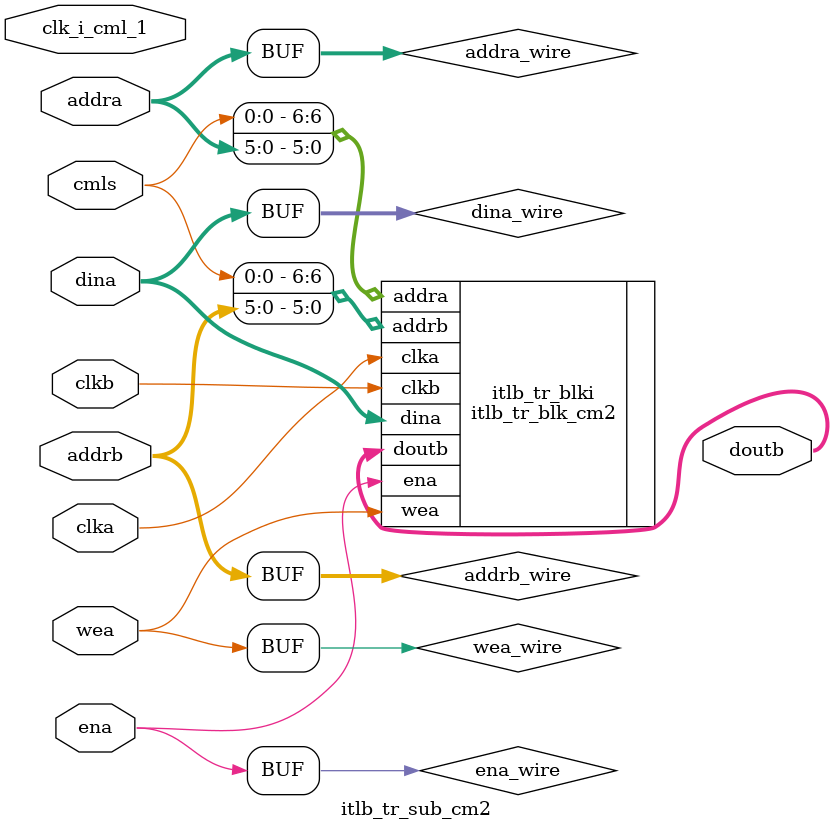
<source format=v>
/*******************************************************************************
*     This file is owned and controlled by Xilinx and must be used             *
*     solely for design, simulation, implementation and creation of            *
*     design files limited to Xilinx devices or technologies. Use              *
*     with non-Xilinx devices or technologies is expressly prohibited          *
*     and immediately terminates your license.                                 *
*                                                                              *
*     XILINX IS PROVIDING THIS DESIGN, CODE, OR INFORMATION "AS IS"            *
*     SOLELY FOR USE IN DEVELOPING PROGRAMS AND SOLUTIONS FOR                  *
*     XILINX DEVICES.  BY PROVIDING THIS DESIGN, CODE, OR INFORMATION          *
*     AS ONE POSSIBLE IMPLEMENTATION OF THIS FEATURE, APPLICATION              *
*     OR STANDARD, XILINX IS MAKING NO REPRESENTATION THAT THIS                *
*     IMPLEMENTATION IS FREE FROM ANY CLAIMS OF INFRINGEMENT,                  *
*     AND YOU ARE RESPONSIBLE FOR OBTAINING ANY RIGHTS YOU MAY REQUIRE         *
*     FOR YOUR IMPLEMENTATION.  XILINX EXPRESSLY DISCLAIMS ANY                 *
*     WARRANTY WHATSOEVER WITH RESPECT TO THE ADEQUACY OF THE                  *
*     IMPLEMENTATION, INCLUDING BUT NOT LIMITED TO ANY WARRANTIES OR           *
*     REPRESENTATIONS THAT THIS IMPLEMENTATION IS FREE FROM CLAIMS OF          *
*     INFRINGEMENT, IMPLIED WARRANTIES OF MERCHANTABILITY AND FITNESS          *
*     FOR A PARTICULAR PURPOSE.                                                *
*                                                                              *
*     Xilinx products are not intended for use in life support                 *
*     appliances, devices, or systems. Use in such applications are            *
*     expressly prohibited.                                                    *
*                                                                              *
*     (c) Copyright 1995-2009 Xilinx, Inc.                                     *
*     All rights reserved.                                                     *
*******************************************************************************/
// The synthesis directives "translate_off/translate_on" specified below are
// supported by Xilinx, Mentor Graphics and Synplicity synthesis
// tools. Ensure they are correct for your synthesis tool(s).

// You must compile the wrapper file itlb_tr_blk.v when simulating
// the core, itlb_tr_blk. When compiling the wrapper file, be sure to
// reference the XilinxCoreLib Verilog simulation library. For detailed
// instructions, please refer to the "CORE Generator Help".

`timescale 1ns/1ps

module itlb_tr_sub_cm2(
		clk_i_cml_1,
		cmls,
		
	clka,
	ena,
	wea,
	addra,
	dina,
	clkb,
	addrb,
	doutb);


input clk_i_cml_1;
input cmls;




input clka;
input ena;
input [0 : 0] wea;
input [5 : 0] addra;
input [21 : 0] dina;
input clkb;
input [5 : 0] addrb;
output [21 : 0] doutb;

wire ena_wire;
wire [0 : 0] wea_wire;
wire [5 : 0] addra_wire;
wire [21 : 0] dina_wire;
wire [5 : 0] addrb_wire;

assign ena_wire = ena;
assign wea_wire = wea;
assign addra_wire = addra;
assign dina_wire = dina;
assign addrb_wire = addrb;

itlb_tr_blk_cm2 itlb_tr_blki(
	.clka(clka),
	.ena(ena_wire),
	.wea(wea_wire),
	.addra({cmls, addra_wire}),
	.dina(dina_wire),
	.clkb(clkb),
	.addrb({cmls, addrb_wire}),
	.doutb(doutb));

endmodule



</source>
